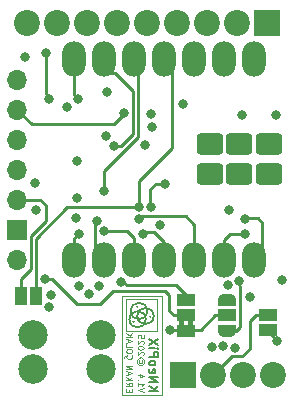
<source format=gbr>
%TF.GenerationSoftware,KiCad,Pcbnew,9.0.2*%
%TF.CreationDate,2025-11-22T23:52:39+01:00*%
%TF.ProjectId,KNeoPiX_v1.3,4b4e656f-5069-4585-9f76-312e332e6b69,1.3*%
%TF.SameCoordinates,Original*%
%TF.FileFunction,Copper,L4,Bot*%
%TF.FilePolarity,Positive*%
%FSLAX46Y46*%
G04 Gerber Fmt 4.6, Leading zero omitted, Abs format (unit mm)*
G04 Created by KiCad (PCBNEW 9.0.2) date 2025-11-22 23:52:39*
%MOMM*%
%LPD*%
G01*
G04 APERTURE LIST*
G04 Aperture macros list*
%AMRoundRect*
0 Rectangle with rounded corners*
0 $1 Rounding radius*
0 $2 $3 $4 $5 $6 $7 $8 $9 X,Y pos of 4 corners*
0 Add a 4 corners polygon primitive as box body*
4,1,4,$2,$3,$4,$5,$6,$7,$8,$9,$2,$3,0*
0 Add four circle primitives for the rounded corners*
1,1,$1+$1,$2,$3*
1,1,$1+$1,$4,$5*
1,1,$1+$1,$6,$7*
1,1,$1+$1,$8,$9*
0 Add four rect primitives between the rounded corners*
20,1,$1+$1,$2,$3,$4,$5,0*
20,1,$1+$1,$4,$5,$6,$7,0*
20,1,$1+$1,$6,$7,$8,$9,0*
20,1,$1+$1,$8,$9,$2,$3,0*%
%AMFreePoly0*
4,1,23,0.550000,-0.750000,0.000000,-0.750000,0.000000,-0.745722,-0.065263,-0.745722,-0.191342,-0.711940,-0.304381,-0.646677,-0.396677,-0.554381,-0.461940,-0.441342,-0.495722,-0.315263,-0.495722,-0.250000,-0.500000,-0.250000,-0.500000,0.250000,-0.495722,0.250000,-0.495722,0.315263,-0.461940,0.441342,-0.396677,0.554381,-0.304381,0.646677,-0.191342,0.711940,-0.065263,0.745722,0.000000,0.745722,
0.000000,0.750000,0.550000,0.750000,0.550000,-0.750000,0.550000,-0.750000,$1*%
%AMFreePoly1*
4,1,23,0.000000,0.745722,0.065263,0.745722,0.191342,0.711940,0.304381,0.646677,0.396677,0.554381,0.461940,0.441342,0.495722,0.315263,0.495722,0.250000,0.500000,0.250000,0.500000,-0.250000,0.495722,-0.250000,0.495722,-0.315263,0.461940,-0.441342,0.396677,-0.554381,0.304381,-0.646677,0.191342,-0.711940,0.065263,-0.745722,0.000000,-0.745722,0.000000,-0.750000,-0.550000,-0.750000,
-0.550000,0.750000,0.000000,0.750000,0.000000,0.745722,0.000000,0.745722,$1*%
G04 Aperture macros list end*
%ADD10C,0.125000*%
%TA.AperFunction,NonConductor*%
%ADD11C,0.125000*%
%TD*%
%ADD12C,0.187500*%
%TA.AperFunction,NonConductor*%
%ADD13C,0.187500*%
%TD*%
%TA.AperFunction,EtchedComponent*%
%ADD14C,0.100000*%
%TD*%
%TA.AperFunction,EtchedComponent*%
%ADD15C,0.150000*%
%TD*%
%TA.AperFunction,EtchedComponent*%
%ADD16C,0.000000*%
%TD*%
%TA.AperFunction,ComponentPad*%
%ADD17C,1.875000*%
%TD*%
%TA.AperFunction,ComponentPad*%
%ADD18R,2.200000X2.200000*%
%TD*%
%TA.AperFunction,ComponentPad*%
%ADD19C,2.200000*%
%TD*%
%TA.AperFunction,ComponentPad*%
%ADD20O,1.700000X1.700000*%
%TD*%
%TA.AperFunction,ComponentPad*%
%ADD21R,1.700000X1.700000*%
%TD*%
%TA.AperFunction,ComponentPad*%
%ADD22C,2.500000*%
%TD*%
%TA.AperFunction,SMDPad,CuDef*%
%ADD23R,1.000000X1.500000*%
%TD*%
%TA.AperFunction,SMDPad,CuDef*%
%ADD24O,2.000000X3.000000*%
%TD*%
%TA.AperFunction,ComponentPad*%
%ADD25RoundRect,0.270000X-0.830000X0.630000X-0.830000X-0.630000X0.830000X-0.630000X0.830000X0.630000X0*%
%TD*%
%TA.AperFunction,SMDPad,CuDef*%
%ADD26R,1.500000X1.000000*%
%TD*%
%TA.AperFunction,SMDPad,CuDef*%
%ADD27FreePoly0,270.000000*%
%TD*%
%TA.AperFunction,SMDPad,CuDef*%
%ADD28FreePoly1,270.000000*%
%TD*%
%TA.AperFunction,ViaPad*%
%ADD29C,0.800000*%
%TD*%
%TA.AperFunction,Conductor*%
%ADD30C,0.250000*%
%TD*%
G04 APERTURE END LIST*
D10*
D11*
X60371590Y-72970160D02*
X59871590Y-72803494D01*
X59871590Y-72803494D02*
X60371590Y-72636827D01*
X59871590Y-72208256D02*
X59871590Y-72493970D01*
X59871590Y-72351113D02*
X60371590Y-72351113D01*
X60371590Y-72351113D02*
X60300161Y-72398732D01*
X60300161Y-72398732D02*
X60252542Y-72446351D01*
X60252542Y-72446351D02*
X60228733Y-72493970D01*
X59919209Y-71993971D02*
X59895400Y-71970161D01*
X59895400Y-71970161D02*
X59871590Y-71993971D01*
X59871590Y-71993971D02*
X59895400Y-72017780D01*
X59895400Y-72017780D02*
X59919209Y-71993971D01*
X59919209Y-71993971D02*
X59871590Y-71993971D01*
X60204923Y-71541590D02*
X59871590Y-71541590D01*
X60395400Y-71660638D02*
X60038257Y-71779685D01*
X60038257Y-71779685D02*
X60038257Y-71470162D01*
D12*
D13*
X60855650Y-72898089D02*
X61605650Y-72898089D01*
X60855650Y-72469518D02*
X61284222Y-72790946D01*
X61605650Y-72469518D02*
X61177079Y-72898089D01*
X60855650Y-72148089D02*
X61605650Y-72148089D01*
X61605650Y-72148089D02*
X60855650Y-71719518D01*
X60855650Y-71719518D02*
X61605650Y-71719518D01*
X60891365Y-71076661D02*
X60855650Y-71148089D01*
X60855650Y-71148089D02*
X60855650Y-71290947D01*
X60855650Y-71290947D02*
X60891365Y-71362375D01*
X60891365Y-71362375D02*
X60962793Y-71398089D01*
X60962793Y-71398089D02*
X61248507Y-71398089D01*
X61248507Y-71398089D02*
X61319936Y-71362375D01*
X61319936Y-71362375D02*
X61355650Y-71290947D01*
X61355650Y-71290947D02*
X61355650Y-71148089D01*
X61355650Y-71148089D02*
X61319936Y-71076661D01*
X61319936Y-71076661D02*
X61248507Y-71040947D01*
X61248507Y-71040947D02*
X61177079Y-71040947D01*
X61177079Y-71040947D02*
X61105650Y-71398089D01*
X60855650Y-70612375D02*
X60891365Y-70683804D01*
X60891365Y-70683804D02*
X60927079Y-70719518D01*
X60927079Y-70719518D02*
X60998507Y-70755232D01*
X60998507Y-70755232D02*
X61212793Y-70755232D01*
X61212793Y-70755232D02*
X61284222Y-70719518D01*
X61284222Y-70719518D02*
X61319936Y-70683804D01*
X61319936Y-70683804D02*
X61355650Y-70612375D01*
X61355650Y-70612375D02*
X61355650Y-70505232D01*
X61355650Y-70505232D02*
X61319936Y-70433804D01*
X61319936Y-70433804D02*
X61284222Y-70398090D01*
X61284222Y-70398090D02*
X61212793Y-70362375D01*
X61212793Y-70362375D02*
X60998507Y-70362375D01*
X60998507Y-70362375D02*
X60927079Y-70398090D01*
X60927079Y-70398090D02*
X60891365Y-70433804D01*
X60891365Y-70433804D02*
X60855650Y-70505232D01*
X60855650Y-70505232D02*
X60855650Y-70612375D01*
X60855650Y-70040947D02*
X61605650Y-70040947D01*
X61605650Y-70040947D02*
X61605650Y-69755233D01*
X61605650Y-69755233D02*
X61569936Y-69683804D01*
X61569936Y-69683804D02*
X61534222Y-69648090D01*
X61534222Y-69648090D02*
X61462793Y-69612376D01*
X61462793Y-69612376D02*
X61355650Y-69612376D01*
X61355650Y-69612376D02*
X61284222Y-69648090D01*
X61284222Y-69648090D02*
X61248507Y-69683804D01*
X61248507Y-69683804D02*
X61212793Y-69755233D01*
X61212793Y-69755233D02*
X61212793Y-70040947D01*
X60855650Y-69290947D02*
X61355650Y-69290947D01*
X61605650Y-69290947D02*
X61569936Y-69326661D01*
X61569936Y-69326661D02*
X61534222Y-69290947D01*
X61534222Y-69290947D02*
X61569936Y-69255233D01*
X61569936Y-69255233D02*
X61605650Y-69290947D01*
X61605650Y-69290947D02*
X61534222Y-69290947D01*
X61605650Y-69005233D02*
X60855650Y-68505233D01*
X61605650Y-68505233D02*
X60855650Y-69005233D01*
D10*
D11*
X60252542Y-70320345D02*
X60276352Y-70367964D01*
X60276352Y-70367964D02*
X60276352Y-70463202D01*
X60276352Y-70463202D02*
X60252542Y-70510821D01*
X60252542Y-70510821D02*
X60204923Y-70558440D01*
X60204923Y-70558440D02*
X60157304Y-70582250D01*
X60157304Y-70582250D02*
X60062066Y-70582250D01*
X60062066Y-70582250D02*
X60014447Y-70558440D01*
X60014447Y-70558440D02*
X59966828Y-70510821D01*
X59966828Y-70510821D02*
X59943019Y-70463202D01*
X59943019Y-70463202D02*
X59943019Y-70367964D01*
X59943019Y-70367964D02*
X59966828Y-70320345D01*
X60443019Y-70415583D02*
X60419209Y-70534631D01*
X60419209Y-70534631D02*
X60347780Y-70653678D01*
X60347780Y-70653678D02*
X60228733Y-70725107D01*
X60228733Y-70725107D02*
X60109685Y-70748916D01*
X60109685Y-70748916D02*
X59990638Y-70725107D01*
X59990638Y-70725107D02*
X59871590Y-70653678D01*
X59871590Y-70653678D02*
X59800161Y-70534631D01*
X59800161Y-70534631D02*
X59776352Y-70415583D01*
X59776352Y-70415583D02*
X59800161Y-70296535D01*
X59800161Y-70296535D02*
X59871590Y-70177488D01*
X59871590Y-70177488D02*
X59990638Y-70106059D01*
X59990638Y-70106059D02*
X60109685Y-70082250D01*
X60109685Y-70082250D02*
X60228733Y-70106059D01*
X60228733Y-70106059D02*
X60347780Y-70177488D01*
X60347780Y-70177488D02*
X60419209Y-70296535D01*
X60419209Y-70296535D02*
X60443019Y-70415583D01*
X60323971Y-69891773D02*
X60347780Y-69867964D01*
X60347780Y-69867964D02*
X60371590Y-69820345D01*
X60371590Y-69820345D02*
X60371590Y-69701297D01*
X60371590Y-69701297D02*
X60347780Y-69653678D01*
X60347780Y-69653678D02*
X60323971Y-69629869D01*
X60323971Y-69629869D02*
X60276352Y-69606059D01*
X60276352Y-69606059D02*
X60228733Y-69606059D01*
X60228733Y-69606059D02*
X60157304Y-69629869D01*
X60157304Y-69629869D02*
X59871590Y-69915583D01*
X59871590Y-69915583D02*
X59871590Y-69606059D01*
X60371590Y-69296536D02*
X60371590Y-69248917D01*
X60371590Y-69248917D02*
X60347780Y-69201298D01*
X60347780Y-69201298D02*
X60323971Y-69177488D01*
X60323971Y-69177488D02*
X60276352Y-69153679D01*
X60276352Y-69153679D02*
X60181114Y-69129869D01*
X60181114Y-69129869D02*
X60062066Y-69129869D01*
X60062066Y-69129869D02*
X59966828Y-69153679D01*
X59966828Y-69153679D02*
X59919209Y-69177488D01*
X59919209Y-69177488D02*
X59895400Y-69201298D01*
X59895400Y-69201298D02*
X59871590Y-69248917D01*
X59871590Y-69248917D02*
X59871590Y-69296536D01*
X59871590Y-69296536D02*
X59895400Y-69344155D01*
X59895400Y-69344155D02*
X59919209Y-69367964D01*
X59919209Y-69367964D02*
X59966828Y-69391774D01*
X59966828Y-69391774D02*
X60062066Y-69415583D01*
X60062066Y-69415583D02*
X60181114Y-69415583D01*
X60181114Y-69415583D02*
X60276352Y-69391774D01*
X60276352Y-69391774D02*
X60323971Y-69367964D01*
X60323971Y-69367964D02*
X60347780Y-69344155D01*
X60347780Y-69344155D02*
X60371590Y-69296536D01*
X60323971Y-68939393D02*
X60347780Y-68915584D01*
X60347780Y-68915584D02*
X60371590Y-68867965D01*
X60371590Y-68867965D02*
X60371590Y-68748917D01*
X60371590Y-68748917D02*
X60347780Y-68701298D01*
X60347780Y-68701298D02*
X60323971Y-68677489D01*
X60323971Y-68677489D02*
X60276352Y-68653679D01*
X60276352Y-68653679D02*
X60228733Y-68653679D01*
X60228733Y-68653679D02*
X60157304Y-68677489D01*
X60157304Y-68677489D02*
X59871590Y-68963203D01*
X59871590Y-68963203D02*
X59871590Y-68653679D01*
X60371590Y-68201299D02*
X60371590Y-68439394D01*
X60371590Y-68439394D02*
X60133495Y-68463203D01*
X60133495Y-68463203D02*
X60157304Y-68439394D01*
X60157304Y-68439394D02*
X60181114Y-68391775D01*
X60181114Y-68391775D02*
X60181114Y-68272727D01*
X60181114Y-68272727D02*
X60157304Y-68225108D01*
X60157304Y-68225108D02*
X60133495Y-68201299D01*
X60133495Y-68201299D02*
X60085876Y-68177489D01*
X60085876Y-68177489D02*
X59966828Y-68177489D01*
X59966828Y-68177489D02*
X59919209Y-68201299D01*
X59919209Y-68201299D02*
X59895400Y-68225108D01*
X59895400Y-68225108D02*
X59871590Y-68272727D01*
X59871590Y-68272727D02*
X59871590Y-68391775D01*
X59871590Y-68391775D02*
X59895400Y-68439394D01*
X59895400Y-68439394D02*
X59919209Y-68463203D01*
D10*
D11*
X59173495Y-72978732D02*
X59173495Y-72812065D01*
X58911590Y-72740637D02*
X58911590Y-72978732D01*
X58911590Y-72978732D02*
X59411590Y-72978732D01*
X59411590Y-72978732D02*
X59411590Y-72740637D01*
X58911590Y-72240637D02*
X59149685Y-72407303D01*
X58911590Y-72526351D02*
X59411590Y-72526351D01*
X59411590Y-72526351D02*
X59411590Y-72335875D01*
X59411590Y-72335875D02*
X59387780Y-72288256D01*
X59387780Y-72288256D02*
X59363971Y-72264446D01*
X59363971Y-72264446D02*
X59316352Y-72240637D01*
X59316352Y-72240637D02*
X59244923Y-72240637D01*
X59244923Y-72240637D02*
X59197304Y-72264446D01*
X59197304Y-72264446D02*
X59173495Y-72288256D01*
X59173495Y-72288256D02*
X59149685Y-72335875D01*
X59149685Y-72335875D02*
X59149685Y-72526351D01*
X58911590Y-72026351D02*
X59411590Y-72026351D01*
X58911590Y-71740637D02*
X59197304Y-71954922D01*
X59411590Y-71740637D02*
X59125876Y-72026351D01*
X59054447Y-71550160D02*
X59054447Y-71312065D01*
X58911590Y-71597779D02*
X59411590Y-71431113D01*
X59411590Y-71431113D02*
X58911590Y-71264446D01*
X58911590Y-71097780D02*
X59411590Y-71097780D01*
X59411590Y-71097780D02*
X58911590Y-70812066D01*
X58911590Y-70812066D02*
X59411590Y-70812066D01*
X58959209Y-69907304D02*
X58935400Y-69931113D01*
X58935400Y-69931113D02*
X58911590Y-70002542D01*
X58911590Y-70002542D02*
X58911590Y-70050161D01*
X58911590Y-70050161D02*
X58935400Y-70121589D01*
X58935400Y-70121589D02*
X58983019Y-70169208D01*
X58983019Y-70169208D02*
X59030638Y-70193018D01*
X59030638Y-70193018D02*
X59125876Y-70216827D01*
X59125876Y-70216827D02*
X59197304Y-70216827D01*
X59197304Y-70216827D02*
X59292542Y-70193018D01*
X59292542Y-70193018D02*
X59340161Y-70169208D01*
X59340161Y-70169208D02*
X59387780Y-70121589D01*
X59387780Y-70121589D02*
X59411590Y-70050161D01*
X59411590Y-70050161D02*
X59411590Y-70002542D01*
X59411590Y-70002542D02*
X59387780Y-69931113D01*
X59387780Y-69931113D02*
X59363971Y-69907304D01*
X58887780Y-70026351D02*
X58863971Y-69978732D01*
X58863971Y-69978732D02*
X58816352Y-69954923D01*
X58816352Y-69954923D02*
X58768733Y-69978732D01*
X58768733Y-69978732D02*
X58744923Y-70026351D01*
X58744923Y-70026351D02*
X58744923Y-70097780D01*
X59411590Y-69597780D02*
X59411590Y-69502542D01*
X59411590Y-69502542D02*
X59387780Y-69454923D01*
X59387780Y-69454923D02*
X59340161Y-69407304D01*
X59340161Y-69407304D02*
X59244923Y-69383494D01*
X59244923Y-69383494D02*
X59078257Y-69383494D01*
X59078257Y-69383494D02*
X58983019Y-69407304D01*
X58983019Y-69407304D02*
X58935400Y-69454923D01*
X58935400Y-69454923D02*
X58911590Y-69502542D01*
X58911590Y-69502542D02*
X58911590Y-69597780D01*
X58911590Y-69597780D02*
X58935400Y-69645399D01*
X58935400Y-69645399D02*
X58983019Y-69693018D01*
X58983019Y-69693018D02*
X59078257Y-69716827D01*
X59078257Y-69716827D02*
X59244923Y-69716827D01*
X59244923Y-69716827D02*
X59340161Y-69693018D01*
X59340161Y-69693018D02*
X59387780Y-69645399D01*
X59387780Y-69645399D02*
X59411590Y-69597780D01*
X58911590Y-68931113D02*
X58911590Y-69169208D01*
X58911590Y-69169208D02*
X59411590Y-69169208D01*
X59054447Y-68788255D02*
X59054447Y-68550160D01*
X58911590Y-68835874D02*
X59411590Y-68669208D01*
X59411590Y-68669208D02*
X58911590Y-68502541D01*
X58911590Y-68335875D02*
X59411590Y-68335875D01*
X58911590Y-68050161D02*
X59197304Y-68264446D01*
X59411590Y-68050161D02*
X59125876Y-68335875D01*
D14*
%TO.C,REF42*%
X58536400Y-64843400D02*
X58536400Y-64843400D01*
X58536400Y-64843400D02*
X58536400Y-73243400D01*
X58536400Y-73243400D02*
X61934100Y-73243400D01*
X61934100Y-73243400D02*
X61936400Y-64843400D01*
X61936400Y-64843400D02*
X58536400Y-64843400D01*
X58872866Y-65108400D02*
X61537866Y-65108400D01*
X61537866Y-67883400D01*
X58872866Y-67883400D01*
X58872866Y-65108400D01*
D15*
X59532866Y-67053400D02*
G75*
G02*
X59482866Y-67053400I-25000J0D01*
G01*
X59482866Y-67053400D02*
G75*
G02*
X59532866Y-67053400I25000J0D01*
G01*
X59857866Y-65778400D02*
G75*
G02*
X59807866Y-65778400I-25000J0D01*
G01*
X59807866Y-65778400D02*
G75*
G02*
X59857866Y-65778400I25000J0D01*
G01*
X60549332Y-66853400D02*
G75*
G02*
X59166400Y-66853400I-691466J0D01*
G01*
X59166400Y-66853400D02*
G75*
G02*
X60549332Y-66853400I691466J0D01*
G01*
X60674332Y-66153400D02*
G75*
G02*
X59291400Y-66153400I-691466J0D01*
G01*
X59291400Y-66153400D02*
G75*
G02*
X60674332Y-66153400I691466J0D01*
G01*
X61224332Y-66578400D02*
G75*
G02*
X59841400Y-66578400I-691466J0D01*
G01*
X59841400Y-66578400D02*
G75*
G02*
X61224332Y-66578400I691466J0D01*
G01*
X60957866Y-66628400D02*
G75*
G02*
X60907866Y-66628400I-25000J0D01*
G01*
X60907866Y-66628400D02*
G75*
G02*
X60957866Y-66628400I25000J0D01*
G01*
D16*
%TA.AperFunction,EtchedComponent*%
%TO.C,JP5*%
G36*
X63762500Y-67410000D02*
G01*
X63362500Y-67410000D01*
X63362500Y-66910000D01*
X63762500Y-66910000D01*
X63762500Y-67410000D01*
G37*
%TD.AperFunction*%
%TA.AperFunction,EtchedComponent*%
G36*
X64562500Y-67410000D02*
G01*
X64162500Y-67410000D01*
X64162500Y-66910000D01*
X64562500Y-66910000D01*
X64562500Y-67410000D01*
G37*
%TD.AperFunction*%
%TD*%
D17*
%TO.P,H2,1,1*%
%TO.N,KNX+*%
X56766400Y-68163400D03*
%TD*%
D18*
%TO.P,J4,1,Pin_1*%
%TO.N,EXT_VCC_IN*%
X63681400Y-71593400D03*
D19*
%TO.P,J4,2,Pin_2*%
%TO.N,EXT_GND*%
X66221400Y-71593400D03*
%TO.P,J4,3,Pin_3*%
%TO.N,DL4*%
X68761400Y-71593400D03*
%TO.P,J4,4,Pin_4*%
%TO.N,DL5*%
X71301400Y-71593400D03*
%TD*%
D18*
%TO.P,J3,1,Pin_1*%
%TO.N,EXT_GND*%
X70786400Y-41753400D03*
D19*
%TO.P,J3,2,Pin_2*%
%TO.N,3v3-MCU*%
X68246400Y-41753400D03*
%TO.P,J3,3,Pin_3*%
%TO.N,5V-MCU*%
X65706400Y-41753400D03*
%TO.P,J3,4,Pin_4*%
%TO.N,DL1*%
X63166400Y-41753400D03*
%TO.P,J3,5,Pin_5*%
%TO.N,DL2*%
X60626400Y-41753400D03*
%TO.P,J3,6,Pin_6*%
%TO.N,DL3*%
X58086400Y-41753400D03*
%TO.P,J3,7,Pin_7*%
%TO.N,DL8*%
X55546400Y-41753400D03*
%TO.P,J3,8,Pin_8*%
%TO.N,DL9*%
X53006400Y-41753400D03*
%TO.P,J3,9,Pin_9*%
%TO.N,DL10*%
X50466400Y-41753400D03*
%TD*%
D20*
%TO.P,GN1,1,KNX+*%
%TO.N,KNX+*%
X49656400Y-61793400D03*
D21*
%TO.P,GN1,2,GND*%
%TO.N,KNX_GND*%
X49656400Y-59253400D03*
D20*
%TO.P,GN1,3,SAVE*%
%TO.N,KNX_SAVE*%
X49656400Y-56713400D03*
%TO.P,GN1,4,Rx*%
%TO.N,KNX_RX*%
X49656400Y-54173400D03*
%TO.P,GN1,5,Tx*%
%TO.N,KNX_TX*%
X49656400Y-51633400D03*
%TO.P,GN1,6,3V3*%
%TO.N,KNX_3V3*%
X49656400Y-49093400D03*
%TO.P,GN1,7,Vcc2*%
%TO.N,KNX_5V*%
X49656400Y-46553400D03*
%TD*%
D22*
%TO.P,J2,1,Pin_1*%
%TO.N,KNX+*%
X56766400Y-71063400D03*
%TO.P,J2,2,Pin_2*%
%TO.N,KNX_GND*%
X51016400Y-71063400D03*
%TD*%
D17*
%TO.P,H1,1,1*%
%TO.N,KNX_GND*%
X51016400Y-68163400D03*
%TD*%
D22*
%TO.P,J1,1,Pin_1*%
%TO.N,KNX+*%
X56746400Y-68143400D03*
%TO.P,J1,2,Pin_2*%
%TO.N,KNX_GND*%
X50996400Y-68143400D03*
%TD*%
D23*
%TO.P,JP4,1,A*%
%TO.N,KNX_SAVE*%
X49980000Y-64840000D03*
%TO.P,JP4,2,B*%
%TO.N,D10*%
X51280000Y-64840000D03*
%TD*%
D24*
%TO.P,U1,1,PA02_A0_D0*%
%TO.N,D0*%
X69740014Y-61800014D03*
%TO.P,U1,2,PA4_A1_D1*%
%TO.N,D1*%
X67200014Y-61800014D03*
%TO.P,U1,3,PA10_A2_D2*%
%TO.N,D2*%
X64660014Y-61800014D03*
%TO.P,U1,4,PA11_A3_D3*%
%TO.N,D3*%
X62120014Y-61800014D03*
%TO.P,U1,5,PA8_A4_D4_SDA*%
%TO.N,D4*%
X59580014Y-61800014D03*
%TO.P,U1,6,PA9_A5_D5_SCL*%
%TO.N,D5*%
X57040014Y-61800014D03*
%TO.P,U1,7,PB08_A6_D6_TX*%
%TO.N,D6_TX*%
X54500014Y-61800014D03*
%TO.P,U1,8,PB09_A7_D7_RX*%
%TO.N,D7_RX*%
X54500014Y-44800014D03*
%TO.P,U1,9,PA7_A8_D8_SCK*%
%TO.N,D8*%
X57040014Y-44800014D03*
%TO.P,U1,10,PA5_A9_D9_MISO*%
%TO.N,D9*%
X59580014Y-44800014D03*
%TO.P,U1,11,PA6_A10_D10_MOSI*%
%TO.N,D10*%
X62120014Y-44800014D03*
%TO.P,U1,12,3V3*%
%TO.N,3v3-MCU*%
X64660014Y-44800014D03*
%TO.P,U1,13,GND*%
%TO.N,EXT_GND*%
X67200014Y-44800014D03*
%TO.P,U1,14,5V*%
%TO.N,5V-MCU*%
X69740014Y-44800014D03*
D25*
%TO.P,U1,17,DIO/MTDI*%
%TO.N,DIO{slash}MTDI*%
X70985800Y-54570014D03*
%TO.P,U1,18,CLK/MTDO*%
%TO.N,CLK{slash}MTDO*%
X70985800Y-52030014D03*
%TO.P,U1,19,RST/EN*%
%TO.N,RESET{slash}EN*%
X68445800Y-54570014D03*
%TO.P,U1,20,GND*%
%TO.N,EXT_GND*%
X68470846Y-52030014D03*
%TO.P,U1,21,3V3/MTCK*%
%TO.N,3v3{slash}MTCK*%
X65955800Y-54585800D03*
%TO.P,U1,22,BOOT/MTMS*%
%TO.N,BOOT{slash}MTMS*%
X65980846Y-52045800D03*
%TD*%
D26*
%TO.P,JP1,1,A*%
%TO.N,EXT_GND*%
X70920000Y-66500000D03*
%TO.P,JP1,2,B*%
%TO.N,KNX_GND*%
X70920000Y-67800000D03*
%TD*%
%TO.P,JP5,1,A*%
%TO.N,5V-MCU*%
X63962500Y-67810000D03*
%TO.P,JP5,2,C*%
%TO.N,VCC_LS*%
X63962500Y-66510000D03*
%TO.P,JP5,3,B*%
%TO.N,3v3-MCU*%
X63962500Y-65210000D03*
%TD*%
D27*
%TO.P,JP2,1,A*%
%TO.N,Net-(D2-K)*%
X67440000Y-65210000D03*
D26*
%TO.P,JP2,2,C*%
%TO.N,5V-MCU*%
X67440000Y-66510000D03*
D28*
%TO.P,JP2,3,B*%
%TO.N,Net-(D1-K)*%
X67440000Y-67810000D03*
%TD*%
D29*
%TO.N,EXT_5V*%
X68730000Y-49595000D03*
X61040000Y-49510000D03*
%TO.N,EXT_VCC_IN*%
X71610000Y-49590000D03*
%TO.N,EXT_GND*%
X66820000Y-44790000D03*
%TO.N,KNX_3V3*%
X58715000Y-49420000D03*
%TO.N,KNX_TX*%
X54760600Y-53417300D03*
%TO.N,D0*%
X68970000Y-58330000D03*
%TO.N,D10*%
X59995947Y-57385000D03*
%TO.N,D9*%
X57015600Y-56004000D03*
%TO.N,D8*%
X57842500Y-52157600D03*
%TO.N,D3*%
X60312158Y-59665000D03*
%TO.N,D2*%
X60000236Y-58384993D03*
%TO.N,D1*%
X68920000Y-59630000D03*
X61775000Y-58875000D03*
%TO.N,KNX_GND*%
X71700000Y-68680000D03*
X61120000Y-50570000D03*
X54702200Y-56591700D03*
%TO.N,D6_TX*%
X53920000Y-48910000D03*
X54898103Y-59611897D03*
%TO.N,D7_RX*%
X54851400Y-48178600D03*
%TO.N,KNX_5V*%
X72100000Y-63560000D03*
%TO.N,5V-MCU*%
X69740014Y-44800014D03*
X62585607Y-67740054D03*
%TO.N,3v3-MCU*%
X50351500Y-44658500D03*
X57195700Y-51341300D03*
X64660014Y-44800014D03*
X58444400Y-63659496D03*
%TO.N,EXT_VCC_IN*%
X63720000Y-48650000D03*
%TO.N,EXT_5V*%
X67570000Y-57620000D03*
X67550000Y-63980000D03*
%TO.N,3v3{slash}MTCK*%
X67133880Y-69135081D03*
%TO.N,Net-(U5-BST)*%
X60995950Y-57385000D03*
X62160000Y-55410000D03*
%TO.N,VCC_LS*%
X52120000Y-44340000D03*
X52393600Y-48193400D03*
X52025000Y-63427868D03*
%TO.N,DL2*%
X55790000Y-64730000D03*
%TO.N,DL9*%
X57232347Y-47627653D03*
%TO.N,DL8*%
X51274900Y-57590500D03*
%TO.N,DL10*%
X51159700Y-55340000D03*
%TO.N,DL1*%
X52490803Y-64779197D03*
%TO.N,DL3*%
X54880000Y-64065000D03*
%TO.N,DL4*%
X54650000Y-58236200D03*
%TO.N,DL5*%
X52351856Y-65771612D03*
%TO.N,D5*%
X56431500Y-58538000D03*
%TO.N,D4*%
X56993400Y-59399000D03*
%TO.N,CLK{slash}MTDO*%
X60490000Y-52120000D03*
X56620000Y-64020000D03*
%TO.N,DIO{slash}MTDI*%
X69415000Y-64964104D03*
%TO.N,RESET{slash}EN*%
X68126699Y-69254700D03*
%TO.N,BOOT{slash}MTMS*%
X66135594Y-69193620D03*
%TO.N,Net-(D1-K)*%
X68489935Y-63581627D03*
%TO.N,Net-(D2-K)*%
X67440000Y-65210000D03*
%TD*%
D30*
%TO.N,VCC_LS*%
X52657868Y-63427868D02*
X54750000Y-65520000D01*
X62560000Y-66140000D02*
X62930000Y-66510000D01*
X52025000Y-63593867D02*
X52190999Y-63427868D01*
X52190999Y-63427868D02*
X52657868Y-63427868D01*
X52025000Y-63427868D02*
X52025000Y-63593867D01*
X56690000Y-65520000D02*
X57762600Y-64447400D01*
X54750000Y-65520000D02*
X56690000Y-65520000D01*
X57762600Y-64447400D02*
X62208500Y-64447400D01*
X62208500Y-64447400D02*
X62560000Y-64798900D01*
X62560000Y-64798900D02*
X62560000Y-66140000D01*
X62930000Y-66510000D02*
X63962500Y-66510000D01*
%TO.N,D6_TX*%
X54898103Y-59611897D02*
X54500000Y-60010000D01*
X54500000Y-60010000D02*
X54500000Y-61800000D01*
%TO.N,5V-MCU*%
X64042500Y-67730000D02*
X65220000Y-67730000D01*
X66440000Y-66510000D02*
X67440000Y-66510000D01*
X65220000Y-67730000D02*
X66440000Y-66510000D01*
%TO.N,Net-(U5-BST)*%
X62160000Y-55410000D02*
X61390000Y-55410000D01*
X60950000Y-57339050D02*
X60995950Y-57385000D01*
X61390000Y-55410000D02*
X60950000Y-55850000D01*
X60950000Y-55850000D02*
X60950000Y-57339050D01*
%TO.N,D10*%
X59995947Y-57385000D02*
X53925000Y-57385000D01*
X53925000Y-57385000D02*
X51284100Y-60025900D01*
X51284100Y-60025900D02*
X51284100Y-64835900D01*
%TO.N,VCC_LS*%
X52120000Y-44340000D02*
X52120000Y-47816500D01*
X52120000Y-47816500D02*
X52496900Y-48193400D01*
X52496900Y-48193400D02*
X52393600Y-48193400D01*
%TO.N,3v3-MCU*%
X58444400Y-63659496D02*
X58613796Y-63659496D01*
X58613796Y-63659496D02*
X58924700Y-63970400D01*
X58924700Y-63970400D02*
X63140400Y-63970400D01*
X63140400Y-63970400D02*
X63962500Y-64792500D01*
X63962500Y-64792500D02*
X63962500Y-65210000D01*
%TO.N,KNX_GND*%
X71700000Y-68680000D02*
X70985747Y-67965747D01*
%TO.N,KNX_3V3*%
X58715000Y-49502000D02*
X57857500Y-50359500D01*
X50922500Y-50359500D02*
X49656400Y-49093400D01*
X57857500Y-50359500D02*
X50922500Y-50359500D01*
X58715000Y-49420000D02*
X58715000Y-49502000D01*
%TO.N,D0*%
X70040000Y-58270000D02*
X70429800Y-58659800D01*
X69030000Y-58270000D02*
X70040000Y-58270000D01*
X68970000Y-58330000D02*
X69030000Y-58270000D01*
X70429800Y-58659800D02*
X70429800Y-61110228D01*
%TO.N,D10*%
X59984300Y-57373353D02*
X59984300Y-55115700D01*
X59995947Y-57385000D02*
X59984300Y-57373353D01*
X59984300Y-55115700D02*
X62738000Y-52362000D01*
X62738000Y-52362000D02*
X62738000Y-45418000D01*
%TO.N,D9*%
X57015600Y-54272980D02*
X59911000Y-51377580D01*
X57015600Y-56004000D02*
X57015600Y-54272980D01*
X59911000Y-51377580D02*
X59911000Y-45131000D01*
%TO.N,D8*%
X57040000Y-46040000D02*
X57978000Y-46040000D01*
X57978000Y-46040000D02*
X59460000Y-47522000D01*
X59460000Y-51187490D02*
X58489890Y-52157600D01*
X58489890Y-52157600D02*
X57842500Y-52157600D01*
X59460000Y-47522000D02*
X59460000Y-51187490D01*
%TO.N,D3*%
X60497158Y-59480000D02*
X61260000Y-59480000D01*
X62120014Y-60340014D02*
X62120014Y-61800014D01*
X61260000Y-59480000D02*
X62120014Y-60340014D01*
X60312158Y-59665000D02*
X60497158Y-59480000D01*
%TO.N,D2*%
X64660014Y-58860014D02*
X64660014Y-61800014D01*
X60235229Y-58150000D02*
X63950000Y-58150000D01*
X60000236Y-58384993D02*
X60235229Y-58150000D01*
X63950000Y-58150000D02*
X64660014Y-58860014D01*
%TO.N,D1*%
X67200000Y-60110000D02*
X67200014Y-60110014D01*
X67200014Y-60110014D02*
X67200014Y-61800014D01*
X67680300Y-59629700D02*
X67200000Y-60110000D01*
X68295000Y-59630000D02*
X68294700Y-59629700D01*
X68920000Y-59630000D02*
X68295000Y-59630000D01*
X68294700Y-59629700D02*
X67680300Y-59629700D01*
%TO.N,D7_RX*%
X54851400Y-48178600D02*
X54500014Y-47827214D01*
X54500014Y-47827214D02*
X54500014Y-44800014D01*
%TO.N,KNX_SAVE*%
X52120000Y-57200000D02*
X51633400Y-56713400D01*
X51633400Y-56713400D02*
X49656400Y-56713400D01*
X50833100Y-62567700D02*
X50833100Y-59839090D01*
X49980000Y-63420800D02*
X50833100Y-62567700D01*
X49980000Y-64840000D02*
X49980000Y-63420800D01*
X50833100Y-59839090D02*
X52120000Y-58552190D01*
X52120000Y-58552190D02*
X52120000Y-57200000D01*
%TO.N,EXT_GND*%
X67834100Y-69980700D02*
X66221400Y-71593400D01*
X68729300Y-69980700D02*
X67834100Y-69980700D01*
X69348360Y-67001640D02*
X69348360Y-69361640D01*
X70920000Y-66500000D02*
X69850000Y-66500000D01*
X69348360Y-69361640D02*
X68729300Y-69980700D01*
X69850000Y-66500000D02*
X69348360Y-67001640D01*
%TO.N,5V-MCU*%
X62585607Y-67740054D02*
X63892554Y-67740054D01*
%TO.N,D5*%
X56248200Y-61008200D02*
X56248200Y-58721300D01*
X56248200Y-58721300D02*
X56431500Y-58538000D01*
%TO.N,D4*%
X56993400Y-59399000D02*
X59005700Y-59399000D01*
X59005700Y-59399000D02*
X59580000Y-59973300D01*
X59580000Y-61800000D02*
X59580000Y-59973300D01*
%TO.N,Net-(D1-K)*%
X68520000Y-67510000D02*
X68220000Y-67810000D01*
X68220000Y-67810000D02*
X67440000Y-67810000D01*
X68489935Y-63981901D02*
X68520000Y-64011966D01*
X68520000Y-64011966D02*
X68520000Y-67510000D01*
X68489935Y-63581627D02*
X68489935Y-63981901D01*
%TD*%
M02*

</source>
